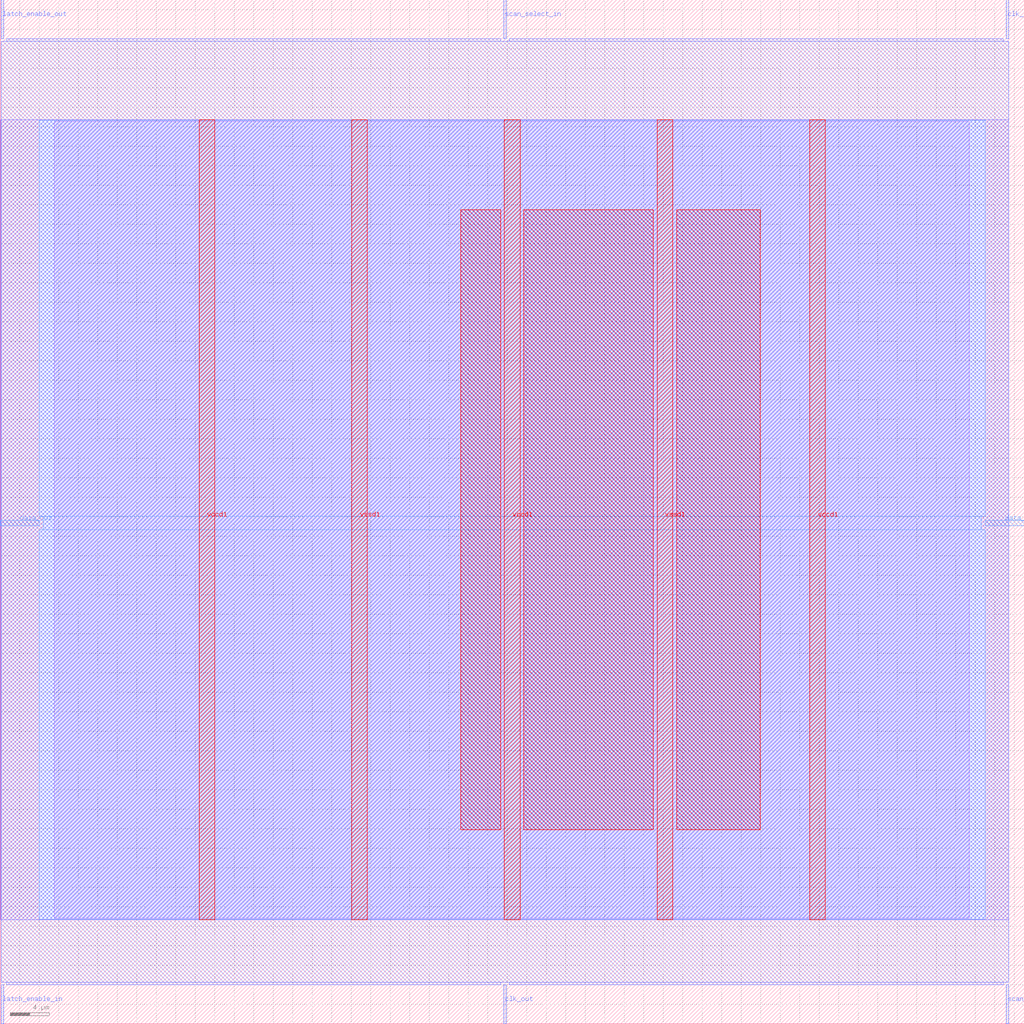
<source format=lef>
VERSION 5.7 ;
  NOWIREEXTENSIONATPIN ON ;
  DIVIDERCHAR "/" ;
  BUSBITCHARS "[]" ;
MACRO scan_wrapper_341620484740219475
  CLASS BLOCK ;
  FOREIGN scan_wrapper_341620484740219475 ;
  ORIGIN 0.000 0.000 ;
  SIZE 105.000 BY 105.000 ;
  PIN clk_in
    DIRECTION INPUT ;
    USE SIGNAL ;
    PORT
      LAYER met2 ;
        RECT 103.130 101.000 103.410 105.000 ;
    END
  END clk_in
  PIN clk_out
    DIRECTION OUTPUT TRISTATE ;
    USE SIGNAL ;
    PORT
      LAYER met2 ;
        RECT 51.610 0.000 51.890 4.000 ;
    END
  END clk_out
  PIN data_in
    DIRECTION INPUT ;
    USE SIGNAL ;
    PORT
      LAYER met3 ;
        RECT 101.000 51.040 105.000 51.640 ;
    END
  END data_in
  PIN data_out
    DIRECTION OUTPUT TRISTATE ;
    USE SIGNAL ;
    PORT
      LAYER met3 ;
        RECT 0.000 51.040 4.000 51.640 ;
    END
  END data_out
  PIN latch_enable_in
    DIRECTION INPUT ;
    USE SIGNAL ;
    PORT
      LAYER met2 ;
        RECT 0.090 0.000 0.370 4.000 ;
    END
  END latch_enable_in
  PIN latch_enable_out
    DIRECTION OUTPUT TRISTATE ;
    USE SIGNAL ;
    PORT
      LAYER met2 ;
        RECT 0.090 101.000 0.370 105.000 ;
    END
  END latch_enable_out
  PIN scan_select_in
    DIRECTION INPUT ;
    USE SIGNAL ;
    PORT
      LAYER met2 ;
        RECT 51.610 101.000 51.890 105.000 ;
    END
  END scan_select_in
  PIN scan_select_out
    DIRECTION OUTPUT TRISTATE ;
    USE SIGNAL ;
    PORT
      LAYER met2 ;
        RECT 103.130 0.000 103.410 4.000 ;
    END
  END scan_select_out
  PIN vccd1
    DIRECTION INPUT ;
    USE POWER ;
    PORT
      LAYER met4 ;
        RECT 20.380 10.640 21.980 92.720 ;
    END
    PORT
      LAYER met4 ;
        RECT 51.700 10.640 53.300 92.720 ;
    END
    PORT
      LAYER met4 ;
        RECT 83.020 10.640 84.620 92.720 ;
    END
  END vccd1
  PIN vssd1
    DIRECTION INPUT ;
    USE GROUND ;
    PORT
      LAYER met4 ;
        RECT 36.040 10.640 37.640 92.720 ;
    END
    PORT
      LAYER met4 ;
        RECT 67.360 10.640 68.960 92.720 ;
    END
  END vssd1
  OBS
      LAYER li1 ;
        RECT 5.520 10.795 99.360 92.565 ;
      LAYER met1 ;
        RECT 0.070 10.640 103.430 92.720 ;
      LAYER met2 ;
        RECT 0.650 100.720 51.330 101.000 ;
        RECT 52.170 100.720 102.850 101.000 ;
        RECT 0.100 4.280 103.400 100.720 ;
        RECT 0.650 4.000 51.330 4.280 ;
        RECT 52.170 4.000 102.850 4.280 ;
      LAYER met3 ;
        RECT 4.000 52.040 101.000 92.645 ;
        RECT 4.400 50.640 100.600 52.040 ;
        RECT 4.000 10.715 101.000 50.640 ;
      LAYER met4 ;
        RECT 47.215 19.895 51.300 83.465 ;
        RECT 53.700 19.895 66.960 83.465 ;
        RECT 69.360 19.895 77.905 83.465 ;
  END
END scan_wrapper_341620484740219475
END LIBRARY


</source>
